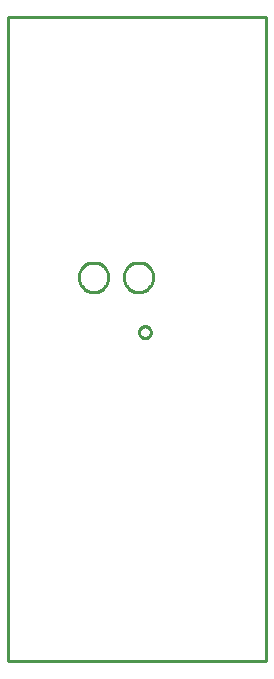
<source format=gbr>
G04 EAGLE Gerber RS-274X export*
G75*
%MOMM*%
%FSLAX34Y34*%
%LPD*%
%IN*%
%IPPOS*%
%AMOC8*
5,1,8,0,0,1.08239X$1,22.5*%
G01*
%ADD10C,0.254000*%


D10*
X0Y0D02*
X218240Y0D01*
X218240Y545340D01*
X0Y545340D01*
X0Y0D01*
X72931Y337620D02*
X73910Y337543D01*
X74881Y337389D01*
X75836Y337160D01*
X76770Y336856D01*
X77677Y336481D01*
X78552Y336035D01*
X79390Y335521D01*
X80185Y334944D01*
X80932Y334306D01*
X81626Y333612D01*
X82264Y332865D01*
X82841Y332070D01*
X83355Y331232D01*
X83801Y330357D01*
X84176Y329450D01*
X84480Y328516D01*
X84709Y327561D01*
X84863Y326590D01*
X84940Y325611D01*
X84940Y324629D01*
X84863Y323650D01*
X84709Y322680D01*
X84480Y321724D01*
X84176Y320790D01*
X83801Y319883D01*
X83355Y319008D01*
X82841Y318170D01*
X82264Y317375D01*
X81626Y316628D01*
X80932Y315934D01*
X80185Y315296D01*
X79390Y314719D01*
X78552Y314205D01*
X77677Y313759D01*
X76770Y313384D01*
X75836Y313080D01*
X74881Y312851D01*
X73910Y312697D01*
X72931Y312620D01*
X71949Y312620D01*
X70970Y312697D01*
X70000Y312851D01*
X69044Y313080D01*
X68110Y313384D01*
X67203Y313759D01*
X66328Y314205D01*
X65490Y314719D01*
X64695Y315296D01*
X63948Y315934D01*
X63254Y316628D01*
X62616Y317375D01*
X62039Y318170D01*
X61525Y319008D01*
X61079Y319883D01*
X60704Y320790D01*
X60400Y321724D01*
X60171Y322680D01*
X60017Y323650D01*
X59940Y324629D01*
X59940Y325611D01*
X60017Y326590D01*
X60171Y327561D01*
X60400Y328516D01*
X60704Y329450D01*
X61079Y330357D01*
X61525Y331232D01*
X62039Y332070D01*
X62616Y332865D01*
X63254Y333612D01*
X63948Y334306D01*
X64695Y334944D01*
X65490Y335521D01*
X66328Y336035D01*
X67203Y336481D01*
X68110Y336856D01*
X69044Y337160D01*
X70000Y337389D01*
X70970Y337543D01*
X71949Y337620D01*
X72931Y337620D01*
X110931Y337620D02*
X111910Y337543D01*
X112881Y337389D01*
X113836Y337160D01*
X114770Y336856D01*
X115677Y336481D01*
X116552Y336035D01*
X117390Y335521D01*
X118185Y334944D01*
X118932Y334306D01*
X119626Y333612D01*
X120264Y332865D01*
X120841Y332070D01*
X121355Y331232D01*
X121801Y330357D01*
X122176Y329450D01*
X122480Y328516D01*
X122709Y327561D01*
X122863Y326590D01*
X122940Y325611D01*
X122940Y324629D01*
X122863Y323650D01*
X122709Y322680D01*
X122480Y321724D01*
X122176Y320790D01*
X121801Y319883D01*
X121355Y319008D01*
X120841Y318170D01*
X120264Y317375D01*
X119626Y316628D01*
X118932Y315934D01*
X118185Y315296D01*
X117390Y314719D01*
X116552Y314205D01*
X115677Y313759D01*
X114770Y313384D01*
X113836Y313080D01*
X112881Y312851D01*
X111910Y312697D01*
X110931Y312620D01*
X109949Y312620D01*
X108970Y312697D01*
X108000Y312851D01*
X107044Y313080D01*
X106110Y313384D01*
X105203Y313759D01*
X104328Y314205D01*
X103490Y314719D01*
X102695Y315296D01*
X101948Y315934D01*
X101254Y316628D01*
X100616Y317375D01*
X100039Y318170D01*
X99525Y319008D01*
X99079Y319883D01*
X98704Y320790D01*
X98400Y321724D01*
X98171Y322680D01*
X98017Y323650D01*
X97940Y324629D01*
X97940Y325611D01*
X98017Y326590D01*
X98171Y327561D01*
X98400Y328516D01*
X98704Y329450D01*
X99079Y330357D01*
X99525Y331232D01*
X100039Y332070D01*
X100616Y332865D01*
X101254Y333612D01*
X101948Y334306D01*
X102695Y334944D01*
X103490Y335521D01*
X104328Y336035D01*
X105203Y336481D01*
X106110Y336856D01*
X107044Y337160D01*
X108000Y337389D01*
X108970Y337543D01*
X109949Y337620D01*
X110931Y337620D01*
X116221Y283620D02*
X116779Y283557D01*
X117326Y283432D01*
X117856Y283247D01*
X118362Y283003D01*
X118838Y282704D01*
X119277Y282354D01*
X119674Y281957D01*
X120024Y281518D01*
X120323Y281042D01*
X120567Y280536D01*
X120752Y280006D01*
X120877Y279459D01*
X120940Y278901D01*
X120940Y278339D01*
X120877Y277781D01*
X120752Y277234D01*
X120567Y276704D01*
X120323Y276198D01*
X120024Y275722D01*
X119674Y275283D01*
X119277Y274886D01*
X118838Y274536D01*
X118362Y274237D01*
X117856Y273993D01*
X117326Y273808D01*
X116779Y273683D01*
X116221Y273620D01*
X115659Y273620D01*
X115101Y273683D01*
X114554Y273808D01*
X114024Y273993D01*
X113518Y274237D01*
X113042Y274536D01*
X112603Y274886D01*
X112206Y275283D01*
X111856Y275722D01*
X111557Y276198D01*
X111313Y276704D01*
X111128Y277234D01*
X111003Y277781D01*
X110940Y278339D01*
X110940Y278901D01*
X111003Y279459D01*
X111128Y280006D01*
X111313Y280536D01*
X111557Y281042D01*
X111856Y281518D01*
X112206Y281957D01*
X112603Y282354D01*
X113042Y282704D01*
X113518Y283003D01*
X114024Y283247D01*
X114554Y283432D01*
X115101Y283557D01*
X115659Y283620D01*
X116221Y283620D01*
M02*

</source>
